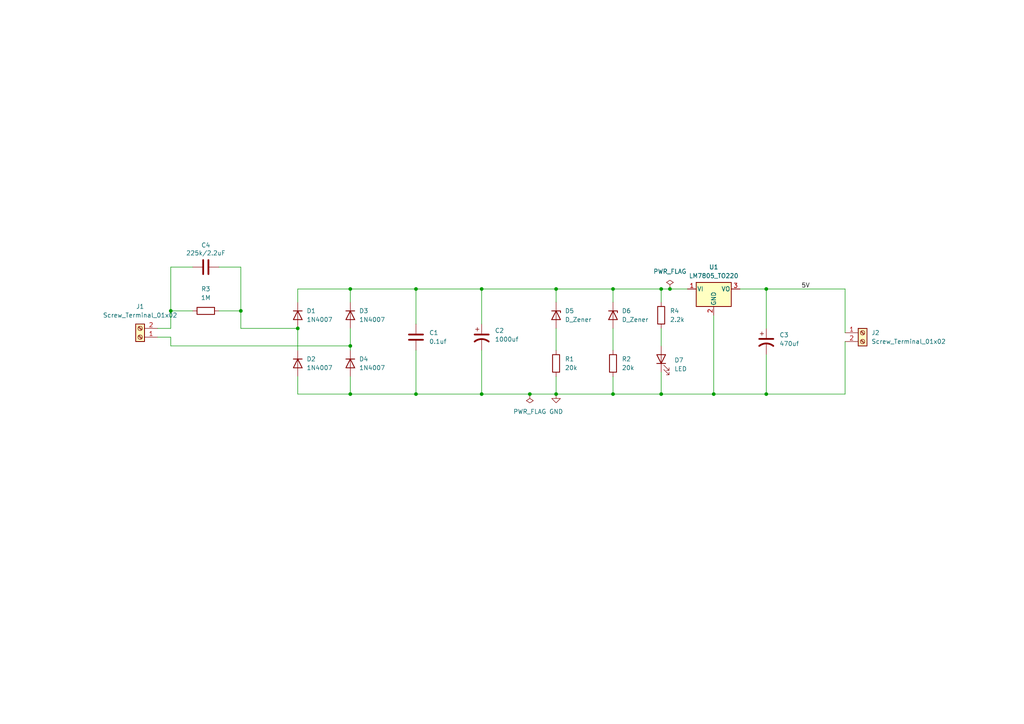
<source format=kicad_sch>
(kicad_sch
	(version 20231120)
	(generator "eeschema")
	(generator_version "8.0")
	(uuid "91ce38bb-eb37-460e-8d22-5118abd1a479")
	(paper "A4")
	(title_block
		(title "Transformerless power supply")
		(date "2024-08-10")
		(company "Ampnics")
		(comment 1 "Drawn by- Engineer Ammar")
	)
	(lib_symbols
		(symbol "Connector:Screw_Terminal_01x02"
			(pin_names
				(offset 1.016) hide)
			(exclude_from_sim no)
			(in_bom yes)
			(on_board yes)
			(property "Reference" "J"
				(at 0 2.54 0)
				(effects
					(font
						(size 1.27 1.27)
					)
				)
			)
			(property "Value" "Screw_Terminal_01x02"
				(at 0 -5.08 0)
				(effects
					(font
						(size 1.27 1.27)
					)
				)
			)
			(property "Footprint" ""
				(at 0 0 0)
				(effects
					(font
						(size 1.27 1.27)
					)
					(hide yes)
				)
			)
			(property "Datasheet" "~"
				(at 0 0 0)
				(effects
					(font
						(size 1.27 1.27)
					)
					(hide yes)
				)
			)
			(property "Description" "Generic screw terminal, single row, 01x02, script generated (kicad-library-utils/schlib/autogen/connector/)"
				(at 0 0 0)
				(effects
					(font
						(size 1.27 1.27)
					)
					(hide yes)
				)
			)
			(property "ki_keywords" "screw terminal"
				(at 0 0 0)
				(effects
					(font
						(size 1.27 1.27)
					)
					(hide yes)
				)
			)
			(property "ki_fp_filters" "TerminalBlock*:*"
				(at 0 0 0)
				(effects
					(font
						(size 1.27 1.27)
					)
					(hide yes)
				)
			)
			(symbol "Screw_Terminal_01x02_1_1"
				(rectangle
					(start -1.27 1.27)
					(end 1.27 -3.81)
					(stroke
						(width 0.254)
						(type default)
					)
					(fill
						(type background)
					)
				)
				(circle
					(center 0 -2.54)
					(radius 0.635)
					(stroke
						(width 0.1524)
						(type default)
					)
					(fill
						(type none)
					)
				)
				(polyline
					(pts
						(xy -0.5334 -2.2098) (xy 0.3302 -3.048)
					)
					(stroke
						(width 0.1524)
						(type default)
					)
					(fill
						(type none)
					)
				)
				(polyline
					(pts
						(xy -0.5334 0.3302) (xy 0.3302 -0.508)
					)
					(stroke
						(width 0.1524)
						(type default)
					)
					(fill
						(type none)
					)
				)
				(polyline
					(pts
						(xy -0.3556 -2.032) (xy 0.508 -2.8702)
					)
					(stroke
						(width 0.1524)
						(type default)
					)
					(fill
						(type none)
					)
				)
				(polyline
					(pts
						(xy -0.3556 0.508) (xy 0.508 -0.3302)
					)
					(stroke
						(width 0.1524)
						(type default)
					)
					(fill
						(type none)
					)
				)
				(circle
					(center 0 0)
					(radius 0.635)
					(stroke
						(width 0.1524)
						(type default)
					)
					(fill
						(type none)
					)
				)
				(pin passive line
					(at -5.08 0 0)
					(length 3.81)
					(name "Pin_1"
						(effects
							(font
								(size 1.27 1.27)
							)
						)
					)
					(number "1"
						(effects
							(font
								(size 1.27 1.27)
							)
						)
					)
				)
				(pin passive line
					(at -5.08 -2.54 0)
					(length 3.81)
					(name "Pin_2"
						(effects
							(font
								(size 1.27 1.27)
							)
						)
					)
					(number "2"
						(effects
							(font
								(size 1.27 1.27)
							)
						)
					)
				)
			)
		)
		(symbol "Device:C"
			(pin_numbers hide)
			(pin_names
				(offset 0.254)
			)
			(exclude_from_sim no)
			(in_bom yes)
			(on_board yes)
			(property "Reference" "C"
				(at 0.635 2.54 0)
				(effects
					(font
						(size 1.27 1.27)
					)
					(justify left)
				)
			)
			(property "Value" "C"
				(at 0.635 -2.54 0)
				(effects
					(font
						(size 1.27 1.27)
					)
					(justify left)
				)
			)
			(property "Footprint" ""
				(at 0.9652 -3.81 0)
				(effects
					(font
						(size 1.27 1.27)
					)
					(hide yes)
				)
			)
			(property "Datasheet" "~"
				(at 0 0 0)
				(effects
					(font
						(size 1.27 1.27)
					)
					(hide yes)
				)
			)
			(property "Description" "Unpolarized capacitor"
				(at 0 0 0)
				(effects
					(font
						(size 1.27 1.27)
					)
					(hide yes)
				)
			)
			(property "ki_keywords" "cap capacitor"
				(at 0 0 0)
				(effects
					(font
						(size 1.27 1.27)
					)
					(hide yes)
				)
			)
			(property "ki_fp_filters" "C_*"
				(at 0 0 0)
				(effects
					(font
						(size 1.27 1.27)
					)
					(hide yes)
				)
			)
			(symbol "C_0_1"
				(polyline
					(pts
						(xy -2.032 -0.762) (xy 2.032 -0.762)
					)
					(stroke
						(width 0.508)
						(type default)
					)
					(fill
						(type none)
					)
				)
				(polyline
					(pts
						(xy -2.032 0.762) (xy 2.032 0.762)
					)
					(stroke
						(width 0.508)
						(type default)
					)
					(fill
						(type none)
					)
				)
			)
			(symbol "C_1_1"
				(pin passive line
					(at 0 3.81 270)
					(length 2.794)
					(name "~"
						(effects
							(font
								(size 1.27 1.27)
							)
						)
					)
					(number "1"
						(effects
							(font
								(size 1.27 1.27)
							)
						)
					)
				)
				(pin passive line
					(at 0 -3.81 90)
					(length 2.794)
					(name "~"
						(effects
							(font
								(size 1.27 1.27)
							)
						)
					)
					(number "2"
						(effects
							(font
								(size 1.27 1.27)
							)
						)
					)
				)
			)
		)
		(symbol "Device:C_Polarized_US"
			(pin_numbers hide)
			(pin_names
				(offset 0.254) hide)
			(exclude_from_sim no)
			(in_bom yes)
			(on_board yes)
			(property "Reference" "C"
				(at 0.635 2.54 0)
				(effects
					(font
						(size 1.27 1.27)
					)
					(justify left)
				)
			)
			(property "Value" "C_Polarized_US"
				(at 0.635 -2.54 0)
				(effects
					(font
						(size 1.27 1.27)
					)
					(justify left)
				)
			)
			(property "Footprint" ""
				(at 0 0 0)
				(effects
					(font
						(size 1.27 1.27)
					)
					(hide yes)
				)
			)
			(property "Datasheet" "~"
				(at 0 0 0)
				(effects
					(font
						(size 1.27 1.27)
					)
					(hide yes)
				)
			)
			(property "Description" "Polarized capacitor, US symbol"
				(at 0 0 0)
				(effects
					(font
						(size 1.27 1.27)
					)
					(hide yes)
				)
			)
			(property "ki_keywords" "cap capacitor"
				(at 0 0 0)
				(effects
					(font
						(size 1.27 1.27)
					)
					(hide yes)
				)
			)
			(property "ki_fp_filters" "CP_*"
				(at 0 0 0)
				(effects
					(font
						(size 1.27 1.27)
					)
					(hide yes)
				)
			)
			(symbol "C_Polarized_US_0_1"
				(polyline
					(pts
						(xy -2.032 0.762) (xy 2.032 0.762)
					)
					(stroke
						(width 0.508)
						(type default)
					)
					(fill
						(type none)
					)
				)
				(polyline
					(pts
						(xy -1.778 2.286) (xy -0.762 2.286)
					)
					(stroke
						(width 0)
						(type default)
					)
					(fill
						(type none)
					)
				)
				(polyline
					(pts
						(xy -1.27 1.778) (xy -1.27 2.794)
					)
					(stroke
						(width 0)
						(type default)
					)
					(fill
						(type none)
					)
				)
				(arc
					(start 2.032 -1.27)
					(mid 0 -0.5572)
					(end -2.032 -1.27)
					(stroke
						(width 0.508)
						(type default)
					)
					(fill
						(type none)
					)
				)
			)
			(symbol "C_Polarized_US_1_1"
				(pin passive line
					(at 0 3.81 270)
					(length 2.794)
					(name "~"
						(effects
							(font
								(size 1.27 1.27)
							)
						)
					)
					(number "1"
						(effects
							(font
								(size 1.27 1.27)
							)
						)
					)
				)
				(pin passive line
					(at 0 -3.81 90)
					(length 3.302)
					(name "~"
						(effects
							(font
								(size 1.27 1.27)
							)
						)
					)
					(number "2"
						(effects
							(font
								(size 1.27 1.27)
							)
						)
					)
				)
			)
		)
		(symbol "Device:D_Zener"
			(pin_numbers hide)
			(pin_names
				(offset 1.016) hide)
			(exclude_from_sim no)
			(in_bom yes)
			(on_board yes)
			(property "Reference" "D"
				(at 0 2.54 0)
				(effects
					(font
						(size 1.27 1.27)
					)
				)
			)
			(property "Value" "D_Zener"
				(at 0 -2.54 0)
				(effects
					(font
						(size 1.27 1.27)
					)
				)
			)
			(property "Footprint" ""
				(at 0 0 0)
				(effects
					(font
						(size 1.27 1.27)
					)
					(hide yes)
				)
			)
			(property "Datasheet" "~"
				(at 0 0 0)
				(effects
					(font
						(size 1.27 1.27)
					)
					(hide yes)
				)
			)
			(property "Description" "Zener diode"
				(at 0 0 0)
				(effects
					(font
						(size 1.27 1.27)
					)
					(hide yes)
				)
			)
			(property "ki_keywords" "diode"
				(at 0 0 0)
				(effects
					(font
						(size 1.27 1.27)
					)
					(hide yes)
				)
			)
			(property "ki_fp_filters" "TO-???* *_Diode_* *SingleDiode* D_*"
				(at 0 0 0)
				(effects
					(font
						(size 1.27 1.27)
					)
					(hide yes)
				)
			)
			(symbol "D_Zener_0_1"
				(polyline
					(pts
						(xy 1.27 0) (xy -1.27 0)
					)
					(stroke
						(width 0)
						(type default)
					)
					(fill
						(type none)
					)
				)
				(polyline
					(pts
						(xy -1.27 -1.27) (xy -1.27 1.27) (xy -0.762 1.27)
					)
					(stroke
						(width 0.254)
						(type default)
					)
					(fill
						(type none)
					)
				)
				(polyline
					(pts
						(xy 1.27 -1.27) (xy 1.27 1.27) (xy -1.27 0) (xy 1.27 -1.27)
					)
					(stroke
						(width 0.254)
						(type default)
					)
					(fill
						(type none)
					)
				)
			)
			(symbol "D_Zener_1_1"
				(pin passive line
					(at -3.81 0 0)
					(length 2.54)
					(name "K"
						(effects
							(font
								(size 1.27 1.27)
							)
						)
					)
					(number "1"
						(effects
							(font
								(size 1.27 1.27)
							)
						)
					)
				)
				(pin passive line
					(at 3.81 0 180)
					(length 2.54)
					(name "A"
						(effects
							(font
								(size 1.27 1.27)
							)
						)
					)
					(number "2"
						(effects
							(font
								(size 1.27 1.27)
							)
						)
					)
				)
			)
		)
		(symbol "Device:LED"
			(pin_numbers hide)
			(pin_names
				(offset 1.016) hide)
			(exclude_from_sim no)
			(in_bom yes)
			(on_board yes)
			(property "Reference" "D"
				(at 0 2.54 0)
				(effects
					(font
						(size 1.27 1.27)
					)
				)
			)
			(property "Value" "LED"
				(at 0 -2.54 0)
				(effects
					(font
						(size 1.27 1.27)
					)
				)
			)
			(property "Footprint" ""
				(at 0 0 0)
				(effects
					(font
						(size 1.27 1.27)
					)
					(hide yes)
				)
			)
			(property "Datasheet" "~"
				(at 0 0 0)
				(effects
					(font
						(size 1.27 1.27)
					)
					(hide yes)
				)
			)
			(property "Description" "Light emitting diode"
				(at 0 0 0)
				(effects
					(font
						(size 1.27 1.27)
					)
					(hide yes)
				)
			)
			(property "ki_keywords" "LED diode"
				(at 0 0 0)
				(effects
					(font
						(size 1.27 1.27)
					)
					(hide yes)
				)
			)
			(property "ki_fp_filters" "LED* LED_SMD:* LED_THT:*"
				(at 0 0 0)
				(effects
					(font
						(size 1.27 1.27)
					)
					(hide yes)
				)
			)
			(symbol "LED_0_1"
				(polyline
					(pts
						(xy -1.27 -1.27) (xy -1.27 1.27)
					)
					(stroke
						(width 0.254)
						(type default)
					)
					(fill
						(type none)
					)
				)
				(polyline
					(pts
						(xy -1.27 0) (xy 1.27 0)
					)
					(stroke
						(width 0)
						(type default)
					)
					(fill
						(type none)
					)
				)
				(polyline
					(pts
						(xy 1.27 -1.27) (xy 1.27 1.27) (xy -1.27 0) (xy 1.27 -1.27)
					)
					(stroke
						(width 0.254)
						(type default)
					)
					(fill
						(type none)
					)
				)
				(polyline
					(pts
						(xy -3.048 -0.762) (xy -4.572 -2.286) (xy -3.81 -2.286) (xy -4.572 -2.286) (xy -4.572 -1.524)
					)
					(stroke
						(width 0)
						(type default)
					)
					(fill
						(type none)
					)
				)
				(polyline
					(pts
						(xy -1.778 -0.762) (xy -3.302 -2.286) (xy -2.54 -2.286) (xy -3.302 -2.286) (xy -3.302 -1.524)
					)
					(stroke
						(width 0)
						(type default)
					)
					(fill
						(type none)
					)
				)
			)
			(symbol "LED_1_1"
				(pin passive line
					(at -3.81 0 0)
					(length 2.54)
					(name "K"
						(effects
							(font
								(size 1.27 1.27)
							)
						)
					)
					(number "1"
						(effects
							(font
								(size 1.27 1.27)
							)
						)
					)
				)
				(pin passive line
					(at 3.81 0 180)
					(length 2.54)
					(name "A"
						(effects
							(font
								(size 1.27 1.27)
							)
						)
					)
					(number "2"
						(effects
							(font
								(size 1.27 1.27)
							)
						)
					)
				)
			)
		)
		(symbol "Device:R"
			(pin_numbers hide)
			(pin_names
				(offset 0)
			)
			(exclude_from_sim no)
			(in_bom yes)
			(on_board yes)
			(property "Reference" "R"
				(at 2.032 0 90)
				(effects
					(font
						(size 1.27 1.27)
					)
				)
			)
			(property "Value" "R"
				(at 0 0 90)
				(effects
					(font
						(size 1.27 1.27)
					)
				)
			)
			(property "Footprint" ""
				(at -1.778 0 90)
				(effects
					(font
						(size 1.27 1.27)
					)
					(hide yes)
				)
			)
			(property "Datasheet" "~"
				(at 0 0 0)
				(effects
					(font
						(size 1.27 1.27)
					)
					(hide yes)
				)
			)
			(property "Description" "Resistor"
				(at 0 0 0)
				(effects
					(font
						(size 1.27 1.27)
					)
					(hide yes)
				)
			)
			(property "ki_keywords" "R res resistor"
				(at 0 0 0)
				(effects
					(font
						(size 1.27 1.27)
					)
					(hide yes)
				)
			)
			(property "ki_fp_filters" "R_*"
				(at 0 0 0)
				(effects
					(font
						(size 1.27 1.27)
					)
					(hide yes)
				)
			)
			(symbol "R_0_1"
				(rectangle
					(start -1.016 -2.54)
					(end 1.016 2.54)
					(stroke
						(width 0.254)
						(type default)
					)
					(fill
						(type none)
					)
				)
			)
			(symbol "R_1_1"
				(pin passive line
					(at 0 3.81 270)
					(length 1.27)
					(name "~"
						(effects
							(font
								(size 1.27 1.27)
							)
						)
					)
					(number "1"
						(effects
							(font
								(size 1.27 1.27)
							)
						)
					)
				)
				(pin passive line
					(at 0 -3.81 90)
					(length 1.27)
					(name "~"
						(effects
							(font
								(size 1.27 1.27)
							)
						)
					)
					(number "2"
						(effects
							(font
								(size 1.27 1.27)
							)
						)
					)
				)
			)
		)
		(symbol "Diode:1N4007"
			(pin_numbers hide)
			(pin_names hide)
			(exclude_from_sim no)
			(in_bom yes)
			(on_board yes)
			(property "Reference" "D"
				(at 0 2.54 0)
				(effects
					(font
						(size 1.27 1.27)
					)
				)
			)
			(property "Value" "1N4007"
				(at 0 -2.54 0)
				(effects
					(font
						(size 1.27 1.27)
					)
				)
			)
			(property "Footprint" "Diode_THT:D_DO-41_SOD81_P10.16mm_Horizontal"
				(at 0 -4.445 0)
				(effects
					(font
						(size 1.27 1.27)
					)
					(hide yes)
				)
			)
			(property "Datasheet" "http://www.vishay.com/docs/88503/1n4001.pdf"
				(at 0 0 0)
				(effects
					(font
						(size 1.27 1.27)
					)
					(hide yes)
				)
			)
			(property "Description" "1000V 1A General Purpose Rectifier Diode, DO-41"
				(at 0 0 0)
				(effects
					(font
						(size 1.27 1.27)
					)
					(hide yes)
				)
			)
			(property "Sim.Device" "D"
				(at 0 0 0)
				(effects
					(font
						(size 1.27 1.27)
					)
					(hide yes)
				)
			)
			(property "Sim.Pins" "1=K 2=A"
				(at 0 0 0)
				(effects
					(font
						(size 1.27 1.27)
					)
					(hide yes)
				)
			)
			(property "ki_keywords" "diode"
				(at 0 0 0)
				(effects
					(font
						(size 1.27 1.27)
					)
					(hide yes)
				)
			)
			(property "ki_fp_filters" "D*DO?41*"
				(at 0 0 0)
				(effects
					(font
						(size 1.27 1.27)
					)
					(hide yes)
				)
			)
			(symbol "1N4007_0_1"
				(polyline
					(pts
						(xy -1.27 1.27) (xy -1.27 -1.27)
					)
					(stroke
						(width 0.254)
						(type default)
					)
					(fill
						(type none)
					)
				)
				(polyline
					(pts
						(xy 1.27 0) (xy -1.27 0)
					)
					(stroke
						(width 0)
						(type default)
					)
					(fill
						(type none)
					)
				)
				(polyline
					(pts
						(xy 1.27 1.27) (xy 1.27 -1.27) (xy -1.27 0) (xy 1.27 1.27)
					)
					(stroke
						(width 0.254)
						(type default)
					)
					(fill
						(type none)
					)
				)
			)
			(symbol "1N4007_1_1"
				(pin passive line
					(at -3.81 0 0)
					(length 2.54)
					(name "K"
						(effects
							(font
								(size 1.27 1.27)
							)
						)
					)
					(number "1"
						(effects
							(font
								(size 1.27 1.27)
							)
						)
					)
				)
				(pin passive line
					(at 3.81 0 180)
					(length 2.54)
					(name "A"
						(effects
							(font
								(size 1.27 1.27)
							)
						)
					)
					(number "2"
						(effects
							(font
								(size 1.27 1.27)
							)
						)
					)
				)
			)
		)
		(symbol "Regulator_Linear:LM7805_TO220"
			(pin_names
				(offset 0.254)
			)
			(exclude_from_sim no)
			(in_bom yes)
			(on_board yes)
			(property "Reference" "U"
				(at -3.81 3.175 0)
				(effects
					(font
						(size 1.27 1.27)
					)
				)
			)
			(property "Value" "LM7805_TO220"
				(at 0 3.175 0)
				(effects
					(font
						(size 1.27 1.27)
					)
					(justify left)
				)
			)
			(property "Footprint" "Package_TO_SOT_THT:TO-220-3_Vertical"
				(at 0 5.715 0)
				(effects
					(font
						(size 1.27 1.27)
						(italic yes)
					)
					(hide yes)
				)
			)
			(property "Datasheet" "https://www.onsemi.cn/PowerSolutions/document/MC7800-D.PDF"
				(at 0 -1.27 0)
				(effects
					(font
						(size 1.27 1.27)
					)
					(hide yes)
				)
			)
			(property "Description" "Positive 1A 35V Linear Regulator, Fixed Output 5V, TO-220"
				(at 0 0 0)
				(effects
					(font
						(size 1.27 1.27)
					)
					(hide yes)
				)
			)
			(property "ki_keywords" "Voltage Regulator 1A Positive"
				(at 0 0 0)
				(effects
					(font
						(size 1.27 1.27)
					)
					(hide yes)
				)
			)
			(property "ki_fp_filters" "TO?220*"
				(at 0 0 0)
				(effects
					(font
						(size 1.27 1.27)
					)
					(hide yes)
				)
			)
			(symbol "LM7805_TO220_0_1"
				(rectangle
					(start -5.08 1.905)
					(end 5.08 -5.08)
					(stroke
						(width 0.254)
						(type default)
					)
					(fill
						(type background)
					)
				)
			)
			(symbol "LM7805_TO220_1_1"
				(pin power_in line
					(at -7.62 0 0)
					(length 2.54)
					(name "VI"
						(effects
							(font
								(size 1.27 1.27)
							)
						)
					)
					(number "1"
						(effects
							(font
								(size 1.27 1.27)
							)
						)
					)
				)
				(pin power_in line
					(at 0 -7.62 90)
					(length 2.54)
					(name "GND"
						(effects
							(font
								(size 1.27 1.27)
							)
						)
					)
					(number "2"
						(effects
							(font
								(size 1.27 1.27)
							)
						)
					)
				)
				(pin power_out line
					(at 7.62 0 180)
					(length 2.54)
					(name "VO"
						(effects
							(font
								(size 1.27 1.27)
							)
						)
					)
					(number "3"
						(effects
							(font
								(size 1.27 1.27)
							)
						)
					)
				)
			)
		)
		(symbol "power:GND"
			(power)
			(pin_numbers hide)
			(pin_names
				(offset 0) hide)
			(exclude_from_sim no)
			(in_bom yes)
			(on_board yes)
			(property "Reference" "#PWR"
				(at 0 -6.35 0)
				(effects
					(font
						(size 1.27 1.27)
					)
					(hide yes)
				)
			)
			(property "Value" "GND"
				(at 0 -3.81 0)
				(effects
					(font
						(size 1.27 1.27)
					)
				)
			)
			(property "Footprint" ""
				(at 0 0 0)
				(effects
					(font
						(size 1.27 1.27)
					)
					(hide yes)
				)
			)
			(property "Datasheet" ""
				(at 0 0 0)
				(effects
					(font
						(size 1.27 1.27)
					)
					(hide yes)
				)
			)
			(property "Description" "Power symbol creates a global label with name \"GND\" , ground"
				(at 0 0 0)
				(effects
					(font
						(size 1.27 1.27)
					)
					(hide yes)
				)
			)
			(property "ki_keywords" "global power"
				(at 0 0 0)
				(effects
					(font
						(size 1.27 1.27)
					)
					(hide yes)
				)
			)
			(symbol "GND_0_1"
				(polyline
					(pts
						(xy 0 0) (xy 0 -1.27) (xy 1.27 -1.27) (xy 0 -2.54) (xy -1.27 -1.27) (xy 0 -1.27)
					)
					(stroke
						(width 0)
						(type default)
					)
					(fill
						(type none)
					)
				)
			)
			(symbol "GND_1_1"
				(pin power_in line
					(at 0 0 270)
					(length 0)
					(name "~"
						(effects
							(font
								(size 1.27 1.27)
							)
						)
					)
					(number "1"
						(effects
							(font
								(size 1.27 1.27)
							)
						)
					)
				)
			)
		)
		(symbol "power:PWR_FLAG"
			(power)
			(pin_numbers hide)
			(pin_names
				(offset 0) hide)
			(exclude_from_sim no)
			(in_bom yes)
			(on_board yes)
			(property "Reference" "#FLG"
				(at 0 1.905 0)
				(effects
					(font
						(size 1.27 1.27)
					)
					(hide yes)
				)
			)
			(property "Value" "PWR_FLAG"
				(at 0 3.81 0)
				(effects
					(font
						(size 1.27 1.27)
					)
				)
			)
			(property "Footprint" ""
				(at 0 0 0)
				(effects
					(font
						(size 1.27 1.27)
					)
					(hide yes)
				)
			)
			(property "Datasheet" "~"
				(at 0 0 0)
				(effects
					(font
						(size 1.27 1.27)
					)
					(hide yes)
				)
			)
			(property "Description" "Special symbol for telling ERC where power comes from"
				(at 0 0 0)
				(effects
					(font
						(size 1.27 1.27)
					)
					(hide yes)
				)
			)
			(property "ki_keywords" "flag power"
				(at 0 0 0)
				(effects
					(font
						(size 1.27 1.27)
					)
					(hide yes)
				)
			)
			(symbol "PWR_FLAG_0_0"
				(pin power_out line
					(at 0 0 90)
					(length 0)
					(name "~"
						(effects
							(font
								(size 1.27 1.27)
							)
						)
					)
					(number "1"
						(effects
							(font
								(size 1.27 1.27)
							)
						)
					)
				)
			)
			(symbol "PWR_FLAG_0_1"
				(polyline
					(pts
						(xy 0 0) (xy 0 1.27) (xy -1.016 1.905) (xy 0 2.54) (xy 1.016 1.905) (xy 0 1.27)
					)
					(stroke
						(width 0)
						(type default)
					)
					(fill
						(type none)
					)
				)
			)
		)
	)
	(junction
		(at 49.53 90.17)
		(diameter 0)
		(color 0 0 0 0)
		(uuid "17a22863-d95c-4906-a389-6d7e0e7b3043")
	)
	(junction
		(at 222.25 114.3)
		(diameter 0)
		(color 0 0 0 0)
		(uuid "17fedde8-6d12-4c78-806b-fa19af10838c")
	)
	(junction
		(at 191.77 83.82)
		(diameter 0)
		(color 0 0 0 0)
		(uuid "24b6c50c-d105-4f09-b599-f476cab5f3f4")
	)
	(junction
		(at 139.7 83.82)
		(diameter 0)
		(color 0 0 0 0)
		(uuid "37dc3521-f95f-40b9-8c62-ecbdedabe21d")
	)
	(junction
		(at 222.25 83.82)
		(diameter 0)
		(color 0 0 0 0)
		(uuid "42aadbee-a081-4e00-a602-103ac699b27d")
	)
	(junction
		(at 177.8 114.3)
		(diameter 0)
		(color 0 0 0 0)
		(uuid "430c7c03-7adc-4413-8059-84dfa8d75a6c")
	)
	(junction
		(at 69.85 90.17)
		(diameter 0)
		(color 0 0 0 0)
		(uuid "4d97aff6-3268-4675-85f6-8f1715177edb")
	)
	(junction
		(at 161.29 83.82)
		(diameter 0)
		(color 0 0 0 0)
		(uuid "538272dc-5ff5-4562-930f-917f7e313f33")
	)
	(junction
		(at 153.67 114.3)
		(diameter 0)
		(color 0 0 0 0)
		(uuid "580e7314-5188-4639-a119-acd3f926fcf7")
	)
	(junction
		(at 191.77 114.3)
		(diameter 0)
		(color 0 0 0 0)
		(uuid "5dc5d4cb-a700-40b1-acbd-4db988f0b97a")
	)
	(junction
		(at 86.36 95.25)
		(diameter 0)
		(color 0 0 0 0)
		(uuid "a1a25b8f-f681-4c7b-a3ac-621ff417b26d")
	)
	(junction
		(at 194.31 83.82)
		(diameter 0)
		(color 0 0 0 0)
		(uuid "aa08a90e-b453-492b-9370-7c175f5bc287")
	)
	(junction
		(at 120.65 114.3)
		(diameter 0)
		(color 0 0 0 0)
		(uuid "acebff5c-3a6f-4b40-b1d5-2a1cd056dcf3")
	)
	(junction
		(at 139.7 114.3)
		(diameter 0)
		(color 0 0 0 0)
		(uuid "b7ed4ed7-dc95-4917-8d0e-930623d2b029")
	)
	(junction
		(at 101.6 100.33)
		(diameter 0)
		(color 0 0 0 0)
		(uuid "b8231c51-89ed-4332-b477-daa6fc161db2")
	)
	(junction
		(at 161.29 114.3)
		(diameter 0)
		(color 0 0 0 0)
		(uuid "d65ded60-787e-4227-b501-bca2d2b2a280")
	)
	(junction
		(at 120.65 83.82)
		(diameter 0)
		(color 0 0 0 0)
		(uuid "e090dfa4-e106-47a4-9049-bbe3729ff96d")
	)
	(junction
		(at 101.6 83.82)
		(diameter 0)
		(color 0 0 0 0)
		(uuid "f2b3e343-95ee-4b7b-a8ad-09b166f893f9")
	)
	(junction
		(at 177.8 83.82)
		(diameter 0)
		(color 0 0 0 0)
		(uuid "f4e867d6-746f-4bc5-a26d-6e5d206e7a29")
	)
	(junction
		(at 207.01 114.3)
		(diameter 0)
		(color 0 0 0 0)
		(uuid "f6905ddd-962b-41a5-985d-e77bb5ddb468")
	)
	(junction
		(at 101.6 114.3)
		(diameter 0)
		(color 0 0 0 0)
		(uuid "f8dcbf39-eba0-458e-b7a3-b0ed86f831a0")
	)
	(wire
		(pts
			(xy 161.29 83.82) (xy 139.7 83.82)
		)
		(stroke
			(width 0)
			(type default)
		)
		(uuid "049f3162-673e-4c8e-8d61-882afe3f24c1")
	)
	(wire
		(pts
			(xy 120.65 83.82) (xy 139.7 83.82)
		)
		(stroke
			(width 0)
			(type default)
		)
		(uuid "051c9a78-5d14-433f-baa4-56edb0db354d")
	)
	(wire
		(pts
			(xy 222.25 114.3) (xy 207.01 114.3)
		)
		(stroke
			(width 0)
			(type default)
		)
		(uuid "09e869dc-a46b-4ce7-b0b0-36b14cbce023")
	)
	(wire
		(pts
			(xy 245.11 96.52) (xy 245.11 83.82)
		)
		(stroke
			(width 0)
			(type default)
		)
		(uuid "1131eda6-baa3-4844-b3ad-0b1047286c17")
	)
	(wire
		(pts
			(xy 55.88 77.47) (xy 49.53 77.47)
		)
		(stroke
			(width 0)
			(type default)
		)
		(uuid "11a34d29-d031-42d4-b249-68175308e90c")
	)
	(wire
		(pts
			(xy 69.85 95.25) (xy 86.36 95.25)
		)
		(stroke
			(width 0)
			(type default)
		)
		(uuid "13ae949e-d8a7-40f5-a862-58b81390e9df")
	)
	(wire
		(pts
			(xy 101.6 100.33) (xy 101.6 101.6)
		)
		(stroke
			(width 0)
			(type default)
		)
		(uuid "14baaa0d-3b19-4192-9b9e-b85ad04514b3")
	)
	(wire
		(pts
			(xy 177.8 87.63) (xy 177.8 83.82)
		)
		(stroke
			(width 0)
			(type default)
		)
		(uuid "16ad78e3-f47e-4ed4-8c37-c3db317d4c58")
	)
	(wire
		(pts
			(xy 139.7 114.3) (xy 120.65 114.3)
		)
		(stroke
			(width 0)
			(type default)
		)
		(uuid "17cee495-92f3-47a3-bc8e-65e04c1f97a0")
	)
	(wire
		(pts
			(xy 177.8 83.82) (xy 191.77 83.82)
		)
		(stroke
			(width 0)
			(type default)
		)
		(uuid "1b385891-12c6-464c-b3c1-fb56def179ac")
	)
	(wire
		(pts
			(xy 101.6 114.3) (xy 101.6 109.22)
		)
		(stroke
			(width 0)
			(type default)
		)
		(uuid "1c3821f4-768c-425d-8a39-290226dd9596")
	)
	(wire
		(pts
			(xy 49.53 97.79) (xy 49.53 100.33)
		)
		(stroke
			(width 0)
			(type default)
		)
		(uuid "1db6d7f8-d456-4d4b-968e-ad4cc7b13eab")
	)
	(wire
		(pts
			(xy 191.77 83.82) (xy 191.77 87.63)
		)
		(stroke
			(width 0)
			(type default)
		)
		(uuid "227c201d-adc2-43bd-9e41-8d90b173eb7f")
	)
	(wire
		(pts
			(xy 191.77 114.3) (xy 177.8 114.3)
		)
		(stroke
			(width 0)
			(type default)
		)
		(uuid "259811c5-650f-46bf-a730-28f3e84734bb")
	)
	(wire
		(pts
			(xy 153.67 114.3) (xy 161.29 114.3)
		)
		(stroke
			(width 0)
			(type default)
		)
		(uuid "2b669beb-9bac-41e1-a8ce-87c7349f6105")
	)
	(wire
		(pts
			(xy 86.36 83.82) (xy 101.6 83.82)
		)
		(stroke
			(width 0)
			(type default)
		)
		(uuid "2e609c7c-c2f1-42db-854f-987279349018")
	)
	(wire
		(pts
			(xy 161.29 114.3) (xy 177.8 114.3)
		)
		(stroke
			(width 0)
			(type default)
		)
		(uuid "37393c52-e589-46eb-89d1-9047d023343a")
	)
	(wire
		(pts
			(xy 101.6 83.82) (xy 120.65 83.82)
		)
		(stroke
			(width 0)
			(type default)
		)
		(uuid "37acbe78-dab3-44a0-b2f5-8b1d299e4b06")
	)
	(wire
		(pts
			(xy 161.29 109.22) (xy 161.29 114.3)
		)
		(stroke
			(width 0)
			(type default)
		)
		(uuid "41734d91-a82a-4e60-9e82-8823c678f787")
	)
	(wire
		(pts
			(xy 69.85 90.17) (xy 63.5 90.17)
		)
		(stroke
			(width 0)
			(type default)
		)
		(uuid "45ee1ec2-3685-4659-a2d0-c9bb51915ab3")
	)
	(wire
		(pts
			(xy 222.25 95.25) (xy 222.25 83.82)
		)
		(stroke
			(width 0)
			(type default)
		)
		(uuid "498585ce-437e-4bb9-829a-c92c62175b12")
	)
	(wire
		(pts
			(xy 191.77 83.82) (xy 194.31 83.82)
		)
		(stroke
			(width 0)
			(type default)
		)
		(uuid "4eea7fa0-4c64-4140-b1f8-e7c0a9163683")
	)
	(wire
		(pts
			(xy 194.31 83.82) (xy 199.39 83.82)
		)
		(stroke
			(width 0)
			(type default)
		)
		(uuid "5421a1a8-1b37-430c-8fdf-454681d3f146")
	)
	(wire
		(pts
			(xy 161.29 95.25) (xy 161.29 101.6)
		)
		(stroke
			(width 0)
			(type default)
		)
		(uuid "55375583-94ae-4f77-baed-dcc42050d389")
	)
	(wire
		(pts
			(xy 49.53 100.33) (xy 101.6 100.33)
		)
		(stroke
			(width 0)
			(type default)
		)
		(uuid "5d7d92fd-6c4d-4bfc-aeaa-545d2e4b006a")
	)
	(wire
		(pts
			(xy 49.53 77.47) (xy 49.53 90.17)
		)
		(stroke
			(width 0)
			(type default)
		)
		(uuid "612de8e2-af56-4423-b364-cb58bb54347f")
	)
	(wire
		(pts
			(xy 191.77 107.95) (xy 191.77 114.3)
		)
		(stroke
			(width 0)
			(type default)
		)
		(uuid "644c6723-d0bd-4b64-98d9-bdae05de5d98")
	)
	(wire
		(pts
			(xy 63.5 77.47) (xy 69.85 77.47)
		)
		(stroke
			(width 0)
			(type default)
		)
		(uuid "65234bcb-9021-455e-bc3a-a783e7785c18")
	)
	(wire
		(pts
			(xy 207.01 114.3) (xy 191.77 114.3)
		)
		(stroke
			(width 0)
			(type default)
		)
		(uuid "66679e6d-28d4-4a23-af46-3fa535b1fcef")
	)
	(wire
		(pts
			(xy 49.53 90.17) (xy 55.88 90.17)
		)
		(stroke
			(width 0)
			(type default)
		)
		(uuid "7127e812-00dd-409c-8114-d99b153f7e95")
	)
	(wire
		(pts
			(xy 69.85 90.17) (xy 69.85 95.25)
		)
		(stroke
			(width 0)
			(type default)
		)
		(uuid "731eea1c-bfca-4070-b7e1-a499433a651d")
	)
	(wire
		(pts
			(xy 86.36 109.22) (xy 86.36 114.3)
		)
		(stroke
			(width 0)
			(type default)
		)
		(uuid "787c9a61-80e2-4614-ba4a-45a10281e9fe")
	)
	(wire
		(pts
			(xy 86.36 114.3) (xy 101.6 114.3)
		)
		(stroke
			(width 0)
			(type default)
		)
		(uuid "7a788537-42af-47c9-9033-d646f6084044")
	)
	(wire
		(pts
			(xy 191.77 95.25) (xy 191.77 100.33)
		)
		(stroke
			(width 0)
			(type default)
		)
		(uuid "7b1c5371-7095-4432-9cd9-4d96f07e3dd1")
	)
	(wire
		(pts
			(xy 207.01 91.44) (xy 207.01 114.3)
		)
		(stroke
			(width 0)
			(type default)
		)
		(uuid "936c8df9-2870-41c8-86e3-5476e5880fe6")
	)
	(wire
		(pts
			(xy 161.29 87.63) (xy 161.29 83.82)
		)
		(stroke
			(width 0)
			(type default)
		)
		(uuid "95af8af0-09f1-4263-9f3c-f1383aa91cd1")
	)
	(wire
		(pts
			(xy 69.85 77.47) (xy 69.85 90.17)
		)
		(stroke
			(width 0)
			(type default)
		)
		(uuid "9a05dbdd-91ba-41fa-8d33-5f47a79ed1fd")
	)
	(wire
		(pts
			(xy 245.11 83.82) (xy 222.25 83.82)
		)
		(stroke
			(width 0)
			(type default)
		)
		(uuid "a0bf852b-eda3-419d-8545-2ae728bcfd7a")
	)
	(wire
		(pts
			(xy 139.7 114.3) (xy 153.67 114.3)
		)
		(stroke
			(width 0)
			(type default)
		)
		(uuid "a8cbe07a-6f08-47f3-b9a5-b20037e5aef4")
	)
	(wire
		(pts
			(xy 222.25 102.87) (xy 222.25 114.3)
		)
		(stroke
			(width 0)
			(type default)
		)
		(uuid "ab38d1ef-dd06-4fa7-8ff8-f9c2d0c0cc63")
	)
	(wire
		(pts
			(xy 86.36 95.25) (xy 86.36 101.6)
		)
		(stroke
			(width 0)
			(type default)
		)
		(uuid "adf6ae3e-74c7-417e-936b-f17bbb3b6ae6")
	)
	(wire
		(pts
			(xy 177.8 95.25) (xy 177.8 101.6)
		)
		(stroke
			(width 0)
			(type default)
		)
		(uuid "b03b2e0c-adf9-4a33-90c0-a0adc9813108")
	)
	(wire
		(pts
			(xy 139.7 101.6) (xy 139.7 114.3)
		)
		(stroke
			(width 0)
			(type default)
		)
		(uuid "b7c4d581-259c-4df2-a5e8-a93203a2d547")
	)
	(wire
		(pts
			(xy 177.8 109.22) (xy 177.8 114.3)
		)
		(stroke
			(width 0)
			(type default)
		)
		(uuid "ba27e89b-e00f-45dd-9341-2ba1cc6e03cc")
	)
	(wire
		(pts
			(xy 120.65 114.3) (xy 101.6 114.3)
		)
		(stroke
			(width 0)
			(type default)
		)
		(uuid "c08d4742-ccd3-449f-aa30-52833c9805b8")
	)
	(wire
		(pts
			(xy 86.36 87.63) (xy 86.36 83.82)
		)
		(stroke
			(width 0)
			(type default)
		)
		(uuid "c79626a6-759c-409d-a841-f26fe287305f")
	)
	(wire
		(pts
			(xy 177.8 83.82) (xy 161.29 83.82)
		)
		(stroke
			(width 0)
			(type default)
		)
		(uuid "c7cd87b2-7260-40b7-b661-90824bc11ba0")
	)
	(wire
		(pts
			(xy 101.6 83.82) (xy 101.6 87.63)
		)
		(stroke
			(width 0)
			(type default)
		)
		(uuid "c926274d-f005-45d3-b7ac-0b1041d8c8cb")
	)
	(wire
		(pts
			(xy 45.72 95.25) (xy 49.53 95.25)
		)
		(stroke
			(width 0)
			(type default)
		)
		(uuid "caa33cf8-5b69-4f35-b7ff-43d54e1d3c88")
	)
	(wire
		(pts
			(xy 45.72 97.79) (xy 49.53 97.79)
		)
		(stroke
			(width 0)
			(type default)
		)
		(uuid "cb344b21-6be7-4c93-becc-3c8d034bd0e9")
	)
	(wire
		(pts
			(xy 245.11 99.06) (xy 245.11 114.3)
		)
		(stroke
			(width 0)
			(type default)
		)
		(uuid "d21df97b-647a-40f8-8b13-9ca6d878a9ab")
	)
	(wire
		(pts
			(xy 49.53 95.25) (xy 49.53 90.17)
		)
		(stroke
			(width 0)
			(type default)
		)
		(uuid "de8096cb-9da6-43b1-8a20-69b9255cf503")
	)
	(wire
		(pts
			(xy 120.65 93.98) (xy 120.65 83.82)
		)
		(stroke
			(width 0)
			(type default)
		)
		(uuid "debb687c-44f1-4294-b829-30104ad9bc3a")
	)
	(wire
		(pts
			(xy 222.25 83.82) (xy 214.63 83.82)
		)
		(stroke
			(width 0)
			(type default)
		)
		(uuid "e6dc3ce4-62da-4166-b692-4d7cabd6d98a")
	)
	(wire
		(pts
			(xy 245.11 114.3) (xy 222.25 114.3)
		)
		(stroke
			(width 0)
			(type default)
		)
		(uuid "f00db999-602c-4f3d-b788-16e4b2d42435")
	)
	(wire
		(pts
			(xy 101.6 95.25) (xy 101.6 100.33)
		)
		(stroke
			(width 0)
			(type default)
		)
		(uuid "f0be2d5e-c348-431b-8774-30d3ad6768ea")
	)
	(wire
		(pts
			(xy 139.7 93.98) (xy 139.7 83.82)
		)
		(stroke
			(width 0)
			(type default)
		)
		(uuid "fae19f34-5773-4faf-89b1-d1dddddc80d7")
	)
	(wire
		(pts
			(xy 120.65 101.6) (xy 120.65 114.3)
		)
		(stroke
			(width 0)
			(type default)
		)
		(uuid "fbd848ce-4b74-47b0-9824-1b6079c00e13")
	)
	(label "5V"
		(at 232.41 83.82 0)
		(fields_autoplaced yes)
		(effects
			(font
				(size 1.27 1.27)
			)
			(justify left bottom)
		)
		(uuid "22d1d59f-0c73-469c-b66d-4f354ef54ed8")
	)
	(symbol
		(lib_id "power:PWR_FLAG")
		(at 153.67 114.3 180)
		(unit 1)
		(exclude_from_sim no)
		(in_bom yes)
		(on_board yes)
		(dnp no)
		(fields_autoplaced yes)
		(uuid "0bcb0a30-a29a-4ac5-81f5-b66808979858")
		(property "Reference" "#FLG02"
			(at 153.67 116.205 0)
			(effects
				(font
					(size 1.27 1.27)
				)
				(hide yes)
			)
		)
		(property "Value" "PWR_FLAG"
			(at 153.67 119.38 0)
			(effects
				(font
					(size 1.27 1.27)
				)
			)
		)
		(property "Footprint" ""
			(at 153.67 114.3 0)
			(effects
				(font
					(size 1.27 1.27)
				)
				(hide yes)
			)
		)
		(property "Datasheet" "~"
			(at 153.67 114.3 0)
			(effects
				(font
					(size 1.27 1.27)
				)
				(hide yes)
			)
		)
		(property "Description" "Special symbol for telling ERC where power comes from"
			(at 153.67 114.3 0)
			(effects
				(font
					(size 1.27 1.27)
				)
				(hide yes)
			)
		)
		(pin "1"
			(uuid "b19d8260-ba7d-4338-91c5-629fbb9640bd")
		)
		(instances
			(project "Transformerless power supply"
				(path "/91ce38bb-eb37-460e-8d22-5118abd1a479"
					(reference "#FLG02")
					(unit 1)
				)
			)
		)
	)
	(symbol
		(lib_id "Device:R")
		(at 177.8 105.41 0)
		(unit 1)
		(exclude_from_sim no)
		(in_bom yes)
		(on_board yes)
		(dnp no)
		(fields_autoplaced yes)
		(uuid "12161764-6dcc-4bf9-a9ea-430b1d1cd41c")
		(property "Reference" "R2"
			(at 180.34 104.1399 0)
			(effects
				(font
					(size 1.27 1.27)
				)
				(justify left)
			)
		)
		(property "Value" "20k"
			(at 180.34 106.6799 0)
			(effects
				(font
					(size 1.27 1.27)
				)
				(justify left)
			)
		)
		(property "Footprint" "Resistor_THT:R_Axial_DIN0207_L6.3mm_D2.5mm_P7.62mm_Horizontal"
			(at 176.022 105.41 90)
			(effects
				(font
					(size 1.27 1.27)
				)
				(hide yes)
			)
		)
		(property "Datasheet" "~"
			(at 177.8 105.41 0)
			(effects
				(font
					(size 1.27 1.27)
				)
				(hide yes)
			)
		)
		(property "Description" "Resistor"
			(at 177.8 105.41 0)
			(effects
				(font
					(size 1.27 1.27)
				)
				(hide yes)
			)
		)
		(pin "1"
			(uuid "497e22bd-9e84-4d5b-9921-53fecc43ff15")
		)
		(pin "2"
			(uuid "543b1a02-19c4-4795-880d-0f6009aa104f")
		)
		(instances
			(project "Transformerless power supply"
				(path "/91ce38bb-eb37-460e-8d22-5118abd1a479"
					(reference "R2")
					(unit 1)
				)
			)
		)
	)
	(symbol
		(lib_id "Device:C_Polarized_US")
		(at 139.7 97.79 0)
		(unit 1)
		(exclude_from_sim no)
		(in_bom yes)
		(on_board yes)
		(dnp no)
		(fields_autoplaced yes)
		(uuid "149f0450-799f-4e31-aaa6-72c311299509")
		(property "Reference" "C2"
			(at 143.51 95.8849 0)
			(effects
				(font
					(size 1.27 1.27)
				)
				(justify left)
			)
		)
		(property "Value" "1000uf"
			(at 143.51 98.4249 0)
			(effects
				(font
					(size 1.27 1.27)
				)
				(justify left)
			)
		)
		(property "Footprint" "Capacitor_THT:CP_Radial_D10.0mm_P5.00mm"
			(at 139.7 97.79 0)
			(effects
				(font
					(size 1.27 1.27)
				)
				(hide yes)
			)
		)
		(property "Datasheet" "~"
			(at 139.7 97.79 0)
			(effects
				(font
					(size 1.27 1.27)
				)
				(hide yes)
			)
		)
		(property "Description" "Polarized capacitor, US symbol"
			(at 139.7 97.79 0)
			(effects
				(font
					(size 1.27 1.27)
				)
				(hide yes)
			)
		)
		(pin "1"
			(uuid "4482ddaa-7643-42d2-acd1-3815e1c79d76")
		)
		(pin "2"
			(uuid "73146303-31b6-41b5-9015-c4f00e483ce8")
		)
		(instances
			(project ""
				(path "/91ce38bb-eb37-460e-8d22-5118abd1a479"
					(reference "C2")
					(unit 1)
				)
			)
		)
	)
	(symbol
		(lib_id "Device:D_Zener")
		(at 161.29 91.44 270)
		(unit 1)
		(exclude_from_sim no)
		(in_bom yes)
		(on_board yes)
		(dnp no)
		(fields_autoplaced yes)
		(uuid "17686915-e2d2-49be-a568-3460d20435e4")
		(property "Reference" "D5"
			(at 163.83 90.1699 90)
			(effects
				(font
					(size 1.27 1.27)
				)
				(justify left)
			)
		)
		(property "Value" "D_Zener"
			(at 163.83 92.7099 90)
			(effects
				(font
					(size 1.27 1.27)
				)
				(justify left)
			)
		)
		(property "Footprint" "Diode_THT:D_A-405_P7.62mm_Horizontal"
			(at 161.29 91.44 0)
			(effects
				(font
					(size 1.27 1.27)
				)
				(hide yes)
			)
		)
		(property "Datasheet" "~"
			(at 161.29 91.44 0)
			(effects
				(font
					(size 1.27 1.27)
				)
				(hide yes)
			)
		)
		(property "Description" "Zener diode"
			(at 161.29 91.44 0)
			(effects
				(font
					(size 1.27 1.27)
				)
				(hide yes)
			)
		)
		(pin "1"
			(uuid "627a1235-27f6-418b-8bba-95963a0cb2c5")
		)
		(pin "2"
			(uuid "64faefdf-e89c-450e-a018-71797898b1cb")
		)
		(instances
			(project ""
				(path "/91ce38bb-eb37-460e-8d22-5118abd1a479"
					(reference "D5")
					(unit 1)
				)
			)
		)
	)
	(symbol
		(lib_id "Regulator_Linear:LM7805_TO220")
		(at 207.01 83.82 0)
		(unit 1)
		(exclude_from_sim no)
		(in_bom yes)
		(on_board yes)
		(dnp no)
		(fields_autoplaced yes)
		(uuid "19099db6-b035-4582-9885-6ef049a4a0f0")
		(property "Reference" "U1"
			(at 207.01 77.47 0)
			(effects
				(font
					(size 1.27 1.27)
				)
			)
		)
		(property "Value" "LM7805_TO220"
			(at 207.01 80.01 0)
			(effects
				(font
					(size 1.27 1.27)
				)
			)
		)
		(property "Footprint" "Package_TO_SOT_THT:TO-220-3_Vertical"
			(at 207.01 78.105 0)
			(effects
				(font
					(size 1.27 1.27)
					(italic yes)
				)
				(hide yes)
			)
		)
		(property "Datasheet" "https://www.onsemi.cn/PowerSolutions/document/MC7800-D.PDF"
			(at 207.01 85.09 0)
			(effects
				(font
					(size 1.27 1.27)
				)
				(hide yes)
			)
		)
		(property "Description" "Positive 1A 35V Linear Regulator, Fixed Output 5V, TO-220"
			(at 207.01 83.82 0)
			(effects
				(font
					(size 1.27 1.27)
				)
				(hide yes)
			)
		)
		(pin "1"
			(uuid "7bf4e93f-de13-4efd-8e1e-3772121895a9")
		)
		(pin "2"
			(uuid "beff62b7-58d5-4662-ac6a-081b27ff8c2e")
		)
		(pin "3"
			(uuid "b28e66ce-6d19-4957-97f7-7052940821b9")
		)
		(instances
			(project ""
				(path "/91ce38bb-eb37-460e-8d22-5118abd1a479"
					(reference "U1")
					(unit 1)
				)
			)
		)
	)
	(symbol
		(lib_id "Connector:Screw_Terminal_01x02")
		(at 40.64 97.79 180)
		(unit 1)
		(exclude_from_sim no)
		(in_bom yes)
		(on_board yes)
		(dnp no)
		(fields_autoplaced yes)
		(uuid "1f8a19da-5154-4e52-9b5c-1dde315681d2")
		(property "Reference" "J1"
			(at 40.64 88.9 0)
			(effects
				(font
					(size 1.27 1.27)
				)
			)
		)
		(property "Value" "Screw_Terminal_01x02"
			(at 40.64 91.44 0)
			(effects
				(font
					(size 1.27 1.27)
				)
			)
		)
		(property "Footprint" "TerminalBlock:TerminalBlock_bornier-2_P5.08mm"
			(at 40.64 97.79 0)
			(effects
				(font
					(size 1.27 1.27)
				)
				(hide yes)
			)
		)
		(property "Datasheet" "~"
			(at 40.64 97.79 0)
			(effects
				(font
					(size 1.27 1.27)
				)
				(hide yes)
			)
		)
		(property "Description" "Generic screw terminal, single row, 01x02, script generated (kicad-library-utils/schlib/autogen/connector/)"
			(at 40.64 97.79 0)
			(effects
				(font
					(size 1.27 1.27)
				)
				(hide yes)
			)
		)
		(pin "1"
			(uuid "0e772108-19ef-4488-8b67-fb5b84df4f11")
		)
		(pin "2"
			(uuid "85aa25ec-470a-45b4-920f-ef31394cdb1c")
		)
		(instances
			(project ""
				(path "/91ce38bb-eb37-460e-8d22-5118abd1a479"
					(reference "J1")
					(unit 1)
				)
			)
		)
	)
	(symbol
		(lib_id "Device:C")
		(at 120.65 97.79 0)
		(unit 1)
		(exclude_from_sim no)
		(in_bom yes)
		(on_board yes)
		(dnp no)
		(fields_autoplaced yes)
		(uuid "299adfb8-66cb-41bf-b261-d9882ee78831")
		(property "Reference" "C1"
			(at 124.46 96.5199 0)
			(effects
				(font
					(size 1.27 1.27)
				)
				(justify left)
			)
		)
		(property "Value" "0.1uf"
			(at 124.46 99.0599 0)
			(effects
				(font
					(size 1.27 1.27)
				)
				(justify left)
			)
		)
		(property "Footprint" "Capacitor_THT:C_Disc_D4.7mm_W2.5mm_P5.00mm"
			(at 121.6152 101.6 0)
			(effects
				(font
					(size 1.27 1.27)
				)
				(hide yes)
			)
		)
		(property "Datasheet" "~"
			(at 120.65 97.79 0)
			(effects
				(font
					(size 1.27 1.27)
				)
				(hide yes)
			)
		)
		(property "Description" "Unpolarized capacitor"
			(at 120.65 97.79 0)
			(effects
				(font
					(size 1.27 1.27)
				)
				(hide yes)
			)
		)
		(pin "2"
			(uuid "35e66735-af69-4114-b4fb-6e5860310d2d")
		)
		(pin "1"
			(uuid "111948b2-4b29-4b6c-a55e-3ef12fce0404")
		)
		(instances
			(project ""
				(path "/91ce38bb-eb37-460e-8d22-5118abd1a479"
					(reference "C1")
					(unit 1)
				)
			)
		)
	)
	(symbol
		(lib_id "Device:R")
		(at 191.77 91.44 0)
		(unit 1)
		(exclude_from_sim no)
		(in_bom yes)
		(on_board yes)
		(dnp no)
		(fields_autoplaced yes)
		(uuid "54d74712-94bc-4771-ae95-8f19eccff7af")
		(property "Reference" "R4"
			(at 194.31 90.1699 0)
			(effects
				(font
					(size 1.27 1.27)
				)
				(justify left)
			)
		)
		(property "Value" "2.2k"
			(at 194.31 92.7099 0)
			(effects
				(font
					(size 1.27 1.27)
				)
				(justify left)
			)
		)
		(property "Footprint" "Resistor_THT:R_Axial_DIN0207_L6.3mm_D2.5mm_P7.62mm_Horizontal"
			(at 189.992 91.44 90)
			(effects
				(font
					(size 1.27 1.27)
				)
				(hide yes)
			)
		)
		(property "Datasheet" "~"
			(at 191.77 91.44 0)
			(effects
				(font
					(size 1.27 1.27)
				)
				(hide yes)
			)
		)
		(property "Description" "Resistor"
			(at 191.77 91.44 0)
			(effects
				(font
					(size 1.27 1.27)
				)
				(hide yes)
			)
		)
		(pin "1"
			(uuid "6bba4ceb-18b8-4d5f-ab45-cd3674f19a4d")
		)
		(pin "2"
			(uuid "b4943e6e-4c6b-461a-897d-dd19966bccb2")
		)
		(instances
			(project "Transformerless power supply"
				(path "/91ce38bb-eb37-460e-8d22-5118abd1a479"
					(reference "R4")
					(unit 1)
				)
			)
		)
	)
	(symbol
		(lib_id "Diode:1N4007")
		(at 86.36 105.41 270)
		(unit 1)
		(exclude_from_sim no)
		(in_bom yes)
		(on_board yes)
		(dnp no)
		(fields_autoplaced yes)
		(uuid "572b4500-6022-49ac-9b1e-77f65826ae08")
		(property "Reference" "D2"
			(at 88.9 104.1399 90)
			(effects
				(font
					(size 1.27 1.27)
				)
				(justify left)
			)
		)
		(property "Value" "1N4007"
			(at 88.9 106.6799 90)
			(effects
				(font
					(size 1.27 1.27)
				)
				(justify left)
			)
		)
		(property "Footprint" "Diode_THT:D_DO-41_SOD81_P10.16mm_Horizontal"
			(at 81.915 105.41 0)
			(effects
				(font
					(size 1.27 1.27)
				)
				(hide yes)
			)
		)
		(property "Datasheet" "http://www.vishay.com/docs/88503/1n4001.pdf"
			(at 86.36 105.41 0)
			(effects
				(font
					(size 1.27 1.27)
				)
				(hide yes)
			)
		)
		(property "Description" "1000V 1A General Purpose Rectifier Diode, DO-41"
			(at 86.36 105.41 0)
			(effects
				(font
					(size 1.27 1.27)
				)
				(hide yes)
			)
		)
		(property "Sim.Device" "D"
			(at 86.36 105.41 0)
			(effects
				(font
					(size 1.27 1.27)
				)
				(hide yes)
			)
		)
		(property "Sim.Pins" "1=K 2=A"
			(at 86.36 105.41 0)
			(effects
				(font
					(size 1.27 1.27)
				)
				(hide yes)
			)
		)
		(pin "2"
			(uuid "9ebc201b-5300-4769-9284-12d243783fa0")
		)
		(pin "1"
			(uuid "eb3112fd-84af-49b0-b896-e97fbae2ac0c")
		)
		(instances
			(project "Transformerless power supply"
				(path "/91ce38bb-eb37-460e-8d22-5118abd1a479"
					(reference "D2")
					(unit 1)
				)
			)
		)
	)
	(symbol
		(lib_id "Device:LED")
		(at 191.77 104.14 90)
		(unit 1)
		(exclude_from_sim no)
		(in_bom yes)
		(on_board yes)
		(dnp no)
		(fields_autoplaced yes)
		(uuid "628a4ab5-ccf7-4b69-8265-b1a143922a23")
		(property "Reference" "D7"
			(at 195.58 104.4574 90)
			(effects
				(font
					(size 1.27 1.27)
				)
				(justify right)
			)
		)
		(property "Value" "LED"
			(at 195.58 106.9974 90)
			(effects
				(font
					(size 1.27 1.27)
				)
				(justify right)
			)
		)
		(property "Footprint" "LED_THT:LED_D5.0mm"
			(at 191.77 104.14 0)
			(effects
				(font
					(size 1.27 1.27)
				)
				(hide yes)
			)
		)
		(property "Datasheet" "~"
			(at 191.77 104.14 0)
			(effects
				(font
					(size 1.27 1.27)
				)
				(hide yes)
			)
		)
		(property "Description" "Light emitting diode"
			(at 191.77 104.14 0)
			(effects
				(font
					(size 1.27 1.27)
				)
				(hide yes)
			)
		)
		(pin "1"
			(uuid "64a1c30f-90eb-44a1-a058-e1d885e688ea")
		)
		(pin "2"
			(uuid "9899627e-148c-4427-9439-bd0339473420")
		)
		(instances
			(project ""
				(path "/91ce38bb-eb37-460e-8d22-5118abd1a479"
					(reference "D7")
					(unit 1)
				)
			)
		)
	)
	(symbol
		(lib_id "Device:C")
		(at 59.69 77.47 90)
		(unit 1)
		(exclude_from_sim no)
		(in_bom yes)
		(on_board yes)
		(dnp no)
		(uuid "782c2550-5942-47f7-bed8-1ae5f1a21d65")
		(property "Reference" "C4"
			(at 59.69 71.12 90)
			(effects
				(font
					(size 1.27 1.27)
				)
			)
		)
		(property "Value" "225k/2.2uF"
			(at 59.69 73.406 90)
			(effects
				(font
					(size 1.27 1.27)
				)
			)
		)
		(property "Footprint" "Capacitor_THT:C_Rect_L18.0mm_W6.0mm_P15.00mm_FKS3_FKP3"
			(at 63.5 76.5048 0)
			(effects
				(font
					(size 1.27 1.27)
				)
				(hide yes)
			)
		)
		(property "Datasheet" "~"
			(at 59.69 77.47 0)
			(effects
				(font
					(size 1.27 1.27)
				)
				(hide yes)
			)
		)
		(property "Description" "Unpolarized capacitor"
			(at 59.69 77.47 0)
			(effects
				(font
					(size 1.27 1.27)
				)
				(hide yes)
			)
		)
		(pin "2"
			(uuid "e88da335-a4e7-4ab9-8f47-fbb2c077b5d8")
		)
		(pin "1"
			(uuid "b39842ff-43c5-410f-9c8c-715086f32d45")
		)
		(instances
			(project "Transformerless power supply"
				(path "/91ce38bb-eb37-460e-8d22-5118abd1a479"
					(reference "C4")
					(unit 1)
				)
			)
		)
	)
	(symbol
		(lib_id "Device:D_Zener")
		(at 177.8 91.44 270)
		(unit 1)
		(exclude_from_sim no)
		(in_bom yes)
		(on_board yes)
		(dnp no)
		(fields_autoplaced yes)
		(uuid "88f671dc-a9e0-4803-9b1a-beabdde638c9")
		(property "Reference" "D6"
			(at 180.34 90.1699 90)
			(effects
				(font
					(size 1.27 1.27)
				)
				(justify left)
			)
		)
		(property "Value" "D_Zener"
			(at 180.34 92.7099 90)
			(effects
				(font
					(size 1.27 1.27)
				)
				(justify left)
			)
		)
		(property "Footprint" "Diode_THT:D_A-405_P7.62mm_Horizontal"
			(at 177.8 91.44 0)
			(effects
				(font
					(size 1.27 1.27)
				)
				(hide yes)
			)
		)
		(property "Datasheet" "~"
			(at 177.8 91.44 0)
			(effects
				(font
					(size 1.27 1.27)
				)
				(hide yes)
			)
		)
		(property "Description" "Zener diode"
			(at 177.8 91.44 0)
			(effects
				(font
					(size 1.27 1.27)
				)
				(hide yes)
			)
		)
		(pin "1"
			(uuid "a85221f0-4ba6-4362-b3fc-2a556a25067b")
		)
		(pin "2"
			(uuid "067d110b-3f1d-4db1-8315-7d25dd44541a")
		)
		(instances
			(project "Transformerless power supply"
				(path "/91ce38bb-eb37-460e-8d22-5118abd1a479"
					(reference "D6")
					(unit 1)
				)
			)
		)
	)
	(symbol
		(lib_id "Connector:Screw_Terminal_01x02")
		(at 250.19 96.52 0)
		(unit 1)
		(exclude_from_sim no)
		(in_bom yes)
		(on_board yes)
		(dnp no)
		(fields_autoplaced yes)
		(uuid "94b2a9af-fdd7-4ca6-b279-3560a428be72")
		(property "Reference" "J2"
			(at 252.73 96.5199 0)
			(effects
				(font
					(size 1.27 1.27)
				)
				(justify left)
			)
		)
		(property "Value" "Screw_Terminal_01x02"
			(at 252.73 99.0599 0)
			(effects
				(font
					(size 1.27 1.27)
				)
				(justify left)
			)
		)
		(property "Footprint" "TerminalBlock:TerminalBlock_bornier-2_P5.08mm"
			(at 250.19 96.52 0)
			(effects
				(font
					(size 1.27 1.27)
				)
				(hide yes)
			)
		)
		(property "Datasheet" "~"
			(at 250.19 96.52 0)
			(effects
				(font
					(size 1.27 1.27)
				)
				(hide yes)
			)
		)
		(property "Description" "Generic screw terminal, single row, 01x02, script generated (kicad-library-utils/schlib/autogen/connector/)"
			(at 250.19 96.52 0)
			(effects
				(font
					(size 1.27 1.27)
				)
				(hide yes)
			)
		)
		(pin "1"
			(uuid "cb6e594e-d948-426b-857a-0fa418aa0627")
		)
		(pin "2"
			(uuid "f8d72851-607f-4333-8ded-58d8ac1aa2da")
		)
		(instances
			(project "Transformerless power supply"
				(path "/91ce38bb-eb37-460e-8d22-5118abd1a479"
					(reference "J2")
					(unit 1)
				)
			)
		)
	)
	(symbol
		(lib_id "Diode:1N4007")
		(at 101.6 105.41 270)
		(unit 1)
		(exclude_from_sim no)
		(in_bom yes)
		(on_board yes)
		(dnp no)
		(fields_autoplaced yes)
		(uuid "9bc7ac6a-2b7a-450c-a285-fdd1fe74f76c")
		(property "Reference" "D4"
			(at 104.14 104.1399 90)
			(effects
				(font
					(size 1.27 1.27)
				)
				(justify left)
			)
		)
		(property "Value" "1N4007"
			(at 104.14 106.6799 90)
			(effects
				(font
					(size 1.27 1.27)
				)
				(justify left)
			)
		)
		(property "Footprint" "Diode_THT:D_DO-41_SOD81_P10.16mm_Horizontal"
			(at 97.155 105.41 0)
			(effects
				(font
					(size 1.27 1.27)
				)
				(hide yes)
			)
		)
		(property "Datasheet" "http://www.vishay.com/docs/88503/1n4001.pdf"
			(at 101.6 105.41 0)
			(effects
				(font
					(size 1.27 1.27)
				)
				(hide yes)
			)
		)
		(property "Description" "1000V 1A General Purpose Rectifier Diode, DO-41"
			(at 101.6 105.41 0)
			(effects
				(font
					(size 1.27 1.27)
				)
				(hide yes)
			)
		)
		(property "Sim.Device" "D"
			(at 101.6 105.41 0)
			(effects
				(font
					(size 1.27 1.27)
				)
				(hide yes)
			)
		)
		(property "Sim.Pins" "1=K 2=A"
			(at 101.6 105.41 0)
			(effects
				(font
					(size 1.27 1.27)
				)
				(hide yes)
			)
		)
		(pin "2"
			(uuid "608b7da9-e5b0-425f-9420-8b9e7fb80e09")
		)
		(pin "1"
			(uuid "c1597f7b-3074-4c8e-8005-9816a506281e")
		)
		(instances
			(project "Transformerless power supply"
				(path "/91ce38bb-eb37-460e-8d22-5118abd1a479"
					(reference "D4")
					(unit 1)
				)
			)
		)
	)
	(symbol
		(lib_id "Device:R")
		(at 59.69 90.17 90)
		(unit 1)
		(exclude_from_sim no)
		(in_bom yes)
		(on_board yes)
		(dnp no)
		(fields_autoplaced yes)
		(uuid "a9e521a1-2df5-4ae8-8bdc-dd6dfb9c529f")
		(property "Reference" "R3"
			(at 59.69 83.82 90)
			(effects
				(font
					(size 1.27 1.27)
				)
			)
		)
		(property "Value" "1M"
			(at 59.69 86.36 90)
			(effects
				(font
					(size 1.27 1.27)
				)
			)
		)
		(property "Footprint" "Resistor_THT:R_Axial_DIN0207_L6.3mm_D2.5mm_P7.62mm_Horizontal"
			(at 59.69 91.948 90)
			(effects
				(font
					(size 1.27 1.27)
				)
				(hide yes)
			)
		)
		(property "Datasheet" "~"
			(at 59.69 90.17 0)
			(effects
				(font
					(size 1.27 1.27)
				)
				(hide yes)
			)
		)
		(property "Description" "Resistor"
			(at 59.69 90.17 0)
			(effects
				(font
					(size 1.27 1.27)
				)
				(hide yes)
			)
		)
		(pin "1"
			(uuid "eae59e5f-2776-41c4-89e5-2c8e4f75c794")
		)
		(pin "2"
			(uuid "74a726c3-305f-43e4-a3ea-2e766219019d")
		)
		(instances
			(project "Transformerless power supply"
				(path "/91ce38bb-eb37-460e-8d22-5118abd1a479"
					(reference "R3")
					(unit 1)
				)
			)
		)
	)
	(symbol
		(lib_id "Diode:1N4007")
		(at 86.36 91.44 270)
		(unit 1)
		(exclude_from_sim no)
		(in_bom yes)
		(on_board yes)
		(dnp no)
		(fields_autoplaced yes)
		(uuid "add480f2-a518-4335-b49a-835b441a19df")
		(property "Reference" "D1"
			(at 88.9 90.1699 90)
			(effects
				(font
					(size 1.27 1.27)
				)
				(justify left)
			)
		)
		(property "Value" "1N4007"
			(at 88.9 92.7099 90)
			(effects
				(font
					(size 1.27 1.27)
				)
				(justify left)
			)
		)
		(property "Footprint" "Diode_THT:D_DO-41_SOD81_P10.16mm_Horizontal"
			(at 81.915 91.44 0)
			(effects
				(font
					(size 1.27 1.27)
				)
				(hide yes)
			)
		)
		(property "Datasheet" "http://www.vishay.com/docs/88503/1n4001.pdf"
			(at 86.36 91.44 0)
			(effects
				(font
					(size 1.27 1.27)
				)
				(hide yes)
			)
		)
		(property "Description" "1000V 1A General Purpose Rectifier Diode, DO-41"
			(at 86.36 91.44 0)
			(effects
				(font
					(size 1.27 1.27)
				)
				(hide yes)
			)
		)
		(property "Sim.Device" "D"
			(at 86.36 91.44 0)
			(effects
				(font
					(size 1.27 1.27)
				)
				(hide yes)
			)
		)
		(property "Sim.Pins" "1=K 2=A"
			(at 86.36 91.44 0)
			(effects
				(font
					(size 1.27 1.27)
				)
				(hide yes)
			)
		)
		(pin "2"
			(uuid "fcc88efa-c8a1-4f0d-b950-26f03e507244")
		)
		(pin "1"
			(uuid "33aede03-7946-45af-aa43-ebca64ee9af9")
		)
		(instances
			(project ""
				(path "/91ce38bb-eb37-460e-8d22-5118abd1a479"
					(reference "D1")
					(unit 1)
				)
			)
		)
	)
	(symbol
		(lib_id "Device:R")
		(at 161.29 105.41 0)
		(unit 1)
		(exclude_from_sim no)
		(in_bom yes)
		(on_board yes)
		(dnp no)
		(fields_autoplaced yes)
		(uuid "c9676654-104d-4f5e-964c-5424a0c57c0d")
		(property "Reference" "R1"
			(at 163.83 104.1399 0)
			(effects
				(font
					(size 1.27 1.27)
				)
				(justify left)
			)
		)
		(property "Value" "20k"
			(at 163.83 106.6799 0)
			(effects
				(font
					(size 1.27 1.27)
				)
				(justify left)
			)
		)
		(property "Footprint" "Resistor_THT:R_Axial_DIN0207_L6.3mm_D2.5mm_P7.62mm_Horizontal"
			(at 159.512 105.41 90)
			(effects
				(font
					(size 1.27 1.27)
				)
				(hide yes)
			)
		)
		(property "Datasheet" "~"
			(at 161.29 105.41 0)
			(effects
				(font
					(size 1.27 1.27)
				)
				(hide yes)
			)
		)
		(property "Description" "Resistor"
			(at 161.29 105.41 0)
			(effects
				(font
					(size 1.27 1.27)
				)
				(hide yes)
			)
		)
		(pin "1"
			(uuid "40d88ff1-ca66-44ac-abfc-d4571da03ff5")
		)
		(pin "2"
			(uuid "58ff87e5-b118-4375-8037-61917370348b")
		)
		(instances
			(project ""
				(path "/91ce38bb-eb37-460e-8d22-5118abd1a479"
					(reference "R1")
					(unit 1)
				)
			)
		)
	)
	(symbol
		(lib_id "power:GND")
		(at 161.29 114.3 0)
		(unit 1)
		(exclude_from_sim no)
		(in_bom yes)
		(on_board yes)
		(dnp no)
		(fields_autoplaced yes)
		(uuid "d27ba907-ca1d-4ac8-ae04-d3826f609a8c")
		(property "Reference" "#PWR01"
			(at 161.29 120.65 0)
			(effects
				(font
					(size 1.27 1.27)
				)
				(hide yes)
			)
		)
		(property "Value" "GND"
			(at 161.29 119.38 0)
			(effects
				(font
					(size 1.27 1.27)
				)
			)
		)
		(property "Footprint" ""
			(at 161.29 114.3 0)
			(effects
				(font
					(size 1.27 1.27)
				)
				(hide yes)
			)
		)
		(property "Datasheet" ""
			(at 161.29 114.3 0)
			(effects
				(font
					(size 1.27 1.27)
				)
				(hide yes)
			)
		)
		(property "Description" "Power symbol creates a global label with name \"GND\" , ground"
			(at 161.29 114.3 0)
			(effects
				(font
					(size 1.27 1.27)
				)
				(hide yes)
			)
		)
		(pin "1"
			(uuid "78d9353a-b84f-486b-aef8-fb8cf26c3a28")
		)
		(instances
			(project ""
				(path "/91ce38bb-eb37-460e-8d22-5118abd1a479"
					(reference "#PWR01")
					(unit 1)
				)
			)
		)
	)
	(symbol
		(lib_id "power:PWR_FLAG")
		(at 194.31 83.82 0)
		(unit 1)
		(exclude_from_sim no)
		(in_bom yes)
		(on_board yes)
		(dnp no)
		(fields_autoplaced yes)
		(uuid "db38dc74-fd05-4eb6-b489-cc777b138077")
		(property "Reference" "#FLG01"
			(at 194.31 81.915 0)
			(effects
				(font
					(size 1.27 1.27)
				)
				(hide yes)
			)
		)
		(property "Value" "PWR_FLAG"
			(at 194.31 78.74 0)
			(effects
				(font
					(size 1.27 1.27)
				)
			)
		)
		(property "Footprint" ""
			(at 194.31 83.82 0)
			(effects
				(font
					(size 1.27 1.27)
				)
				(hide yes)
			)
		)
		(property "Datasheet" "~"
			(at 194.31 83.82 0)
			(effects
				(font
					(size 1.27 1.27)
				)
				(hide yes)
			)
		)
		(property "Description" "Special symbol for telling ERC where power comes from"
			(at 194.31 83.82 0)
			(effects
				(font
					(size 1.27 1.27)
				)
				(hide yes)
			)
		)
		(pin "1"
			(uuid "890a5466-7e2e-4d6e-90a6-b8fa14d85949")
		)
		(instances
			(project ""
				(path "/91ce38bb-eb37-460e-8d22-5118abd1a479"
					(reference "#FLG01")
					(unit 1)
				)
			)
		)
	)
	(symbol
		(lib_id "Diode:1N4007")
		(at 101.6 91.44 270)
		(unit 1)
		(exclude_from_sim no)
		(in_bom yes)
		(on_board yes)
		(dnp no)
		(fields_autoplaced yes)
		(uuid "e16f0e42-17a0-485d-adf7-5ffb6075ba31")
		(property "Reference" "D3"
			(at 104.14 90.1699 90)
			(effects
				(font
					(size 1.27 1.27)
				)
				(justify left)
			)
		)
		(property "Value" "1N4007"
			(at 104.14 92.7099 90)
			(effects
				(font
					(size 1.27 1.27)
				)
				(justify left)
			)
		)
		(property "Footprint" "Diode_THT:D_DO-41_SOD81_P10.16mm_Horizontal"
			(at 97.155 91.44 0)
			(effects
				(font
					(size 1.27 1.27)
				)
				(hide yes)
			)
		)
		(property "Datasheet" "http://www.vishay.com/docs/88503/1n4001.pdf"
			(at 101.6 91.44 0)
			(effects
				(font
					(size 1.27 1.27)
				)
				(hide yes)
			)
		)
		(property "Description" "1000V 1A General Purpose Rectifier Diode, DO-41"
			(at 101.6 91.44 0)
			(effects
				(font
					(size 1.27 1.27)
				)
				(hide yes)
			)
		)
		(property "Sim.Device" "D"
			(at 101.6 91.44 0)
			(effects
				(font
					(size 1.27 1.27)
				)
				(hide yes)
			)
		)
		(property "Sim.Pins" "1=K 2=A"
			(at 101.6 91.44 0)
			(effects
				(font
					(size 1.27 1.27)
				)
				(hide yes)
			)
		)
		(pin "2"
			(uuid "9fbb44df-34ac-4e9c-8f80-43ec671db7ff")
		)
		(pin "1"
			(uuid "35e52187-9845-4cae-93d6-229614f5f8ed")
		)
		(instances
			(project "Transformerless power supply"
				(path "/91ce38bb-eb37-460e-8d22-5118abd1a479"
					(reference "D3")
					(unit 1)
				)
			)
		)
	)
	(symbol
		(lib_id "Device:C_Polarized_US")
		(at 222.25 99.06 0)
		(unit 1)
		(exclude_from_sim no)
		(in_bom yes)
		(on_board yes)
		(dnp no)
		(fields_autoplaced yes)
		(uuid "f1c8693d-9817-426b-8eb5-398aca6b19ee")
		(property "Reference" "C3"
			(at 226.06 97.1549 0)
			(effects
				(font
					(size 1.27 1.27)
				)
				(justify left)
			)
		)
		(property "Value" "470uf"
			(at 226.06 99.6949 0)
			(effects
				(font
					(size 1.27 1.27)
				)
				(justify left)
			)
		)
		(property "Footprint" "Capacitor_THT:CP_Radial_D10.0mm_P3.80mm"
			(at 222.25 99.06 0)
			(effects
				(font
					(size 1.27 1.27)
				)
				(hide yes)
			)
		)
		(property "Datasheet" "~"
			(at 222.25 99.06 0)
			(effects
				(font
					(size 1.27 1.27)
				)
				(hide yes)
			)
		)
		(property "Description" "Polarized capacitor, US symbol"
			(at 222.25 99.06 0)
			(effects
				(font
					(size 1.27 1.27)
				)
				(hide yes)
			)
		)
		(pin "1"
			(uuid "d814d249-6d70-4bc3-91bb-d3110a530648")
		)
		(pin "2"
			(uuid "266f42de-86d5-4a7d-9b46-beafc6a1ff89")
		)
		(instances
			(project "Transformerless power supply"
				(path "/91ce38bb-eb37-460e-8d22-5118abd1a479"
					(reference "C3")
					(unit 1)
				)
			)
		)
	)
	(sheet_instances
		(path "/"
			(page "1")
		)
	)
)

</source>
